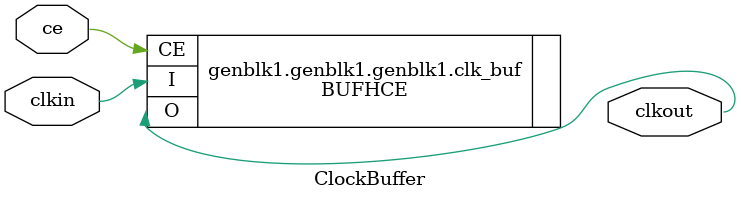
<source format=v>
`default_nettype none
`timescale 1ns / 1ps
/***********************************************************************************************************************
*                                                                                                                      *
* ANTIKERNEL v0.1                                                                                                      *
*                                                                                                                      *
* Copyright (c) 2012-2017 Andrew D. Zonenberg                                                                          *
* All rights reserved.                                                                                                 *
*                                                                                                                      *
* Redistribution and use in source and binary forms, with or without modification, are permitted provided that the     *
* following conditions are met:                                                                                        *
*                                                                                                                      *
*    * Redistributions of source code must retain the above copyright notice, this list of conditions, and the         *
*      following disclaimer.                                                                                           *
*                                                                                                                      *
*    * Redistributions in binary form must reproduce the above copyright notice, this list of conditions and the       *
*      following disclaimer in the documentation and/or other materials provided with the distribution.                *
*                                                                                                                      *
*    * Neither the name of the author nor the names of any contributors may be used to endorse or promote products     *
*      derived from this software without specific prior written permission.                                           *
*                                                                                                                      *
* THIS SOFTWARE IS PROVIDED BY THE AUTHORS "AS IS" AND ANY EXPRESS OR IMPLIED WARRANTIES, INCLUDING, BUT NOT LIMITED   *
* TO, THE IMPLIED WARRANTIES OF MERCHANTABILITY AND FITNESS FOR A PARTICULAR PURPOSE ARE DISCLAIMED. IN NO EVENT SHALL *
* THE AUTHORS BE HELD LIABLE FOR ANY DIRECT, INDIRECT, INCIDENTAL, SPECIAL, EXEMPLARY, OR CONSEQUENTIAL DAMAGES        *
* (INCLUDING, BUT NOT LIMITED TO, PROCUREMENT OF SUBSTITUTE GOODS OR SERVICES; LOSS OF USE, DATA, OR PROFITS; OR       *
* BUSINESS INTERRUPTION) HOWEVER CAUSED AND ON ANY THEORY OF LIABILITY, WHETHER IN CONTRACT, STRICT LIABILITY, OR TORT *
* (INCLUDING NEGLIGENCE OR OTHERWISE) ARISING IN ANY WAY OUT OF THE USE OF THIS SOFTWARE, EVEN IF ADVISED OF THE       *
* POSSIBILITY OF SUCH DAMAGE.                                                                                          *
*                                                                                                                      *
***********************************************************************************************************************/

/**
	@file
	@author Andrew D. Zonenberg
	@brief A clock buffer
 */
module ClockBuffer(clkin, ce, clkout);

	////////////////////////////////////////////////////////////////////////////////////////////////////////////////////
	// I/O / parameter declarations

	parameter TYPE = "LOCAL";	//Set to LOCAL or GLOBAL
								//LOCAL is a hint and may not always be possible
	parameter CE = "YES";		//Set to YES or NO
								//If NO, ce input is ignored and clock is always enabled
								//Tying ce to 1'b1 is recommended for code readability

	input wire	clkin;
	input wire	ce;

	output wire	clkout;

	////////////////////////////////////////////////////////////////////////////////////////////////////////////////////
	// The actual primitive

	generate

		//Local clock (one region of the device)
		if(TYPE == "LOCAL") begin

			//For Xilinx Spartan-6 or 7 series: Use a BUFH (TODO: Support other FPGAs)
			if(CE == "NO")
				BUFH clk_buf(.I(clkin), .O(clkout));

			//If we have a clock enable, we have to use a BUFG for Spartan-6 since it lacks BUFHCE
			else if(CE == "YES") begin
				`ifdef XILINX_SPARTAN6
					BUFGCE clk_buf(.I(clkin), .O(clkout), .CE(ce));
					initial begin
						$display("WARNING: Using BUFGCE instead of BUFHCE for ClockBuffer TYPE=\"LOCAL\", CE=\"YES\" since S6 has no BUFHCE");
					end
				`else
					BUFHCE clk_buf(.I(clkin), .O(clkout), .CE(ce));
				`endif
			end

			//Parameter error
			else begin
				initial begin
					$display("ERROR: ClockBuffer CE argument must be \"YES\" or \"NO\"");
					$finish;
				end
			end

		end

		//Global clock (entire device)
		else if(TYPE == "GLOBAL") begin

			//For Xilinx Spartan-6 or 7 series: Use a BUFG (TODO: Support other FPGAs)
			if(CE == "NO") begin
				(* DONT_TOUCH = "true" *)	//force the buffer to not get optimized out
				BUFG clk_buf(.I(clkin), .O(clkout));
			end

			//Use a BUFG for all Xilinx FPGAs
			else if(CE == "YES") begin
				(* DONT_TOUCH = "true" *)	//force the buffer to not get optimized out
				BUFGCE clk_buf(.I(clkin), .O(clkout), .CE(ce));
			end

			//Parameter error
			else begin
				initial begin
					$display("ERROR: ClockBuffer CE argument must be \"YES\" or \"NO\"");
					$finish;
				end
			end

		end

		//Parameter error
		else begin
			initial begin
				$display("ERROR: ClockBuffer TYPE argument must be \"GLOBAL\" or \"LOCAL\"");
				$finish;
			end
		end

	endgenerate

endmodule


</source>
